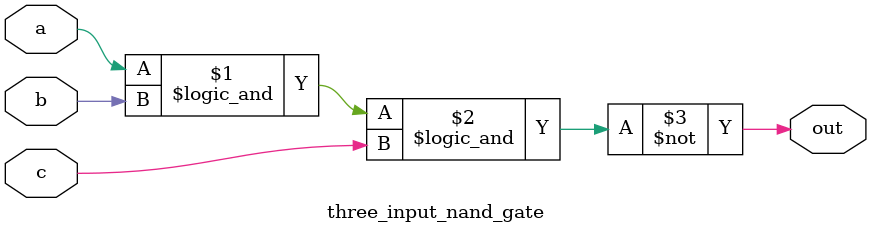
<source format=v>
`timescale 1ns/1ps

module three_input_nand_gate(a, b, c, out);
    input a;
    input b;
    input c;
    output out;
    assign out = ~(a&&b&&c);
endmodule
</source>
